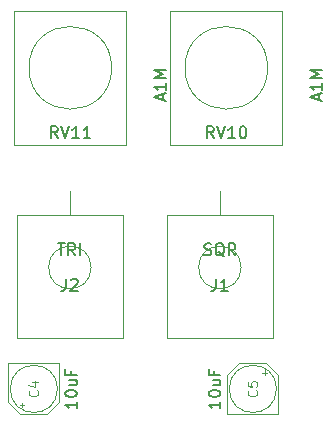
<source format=gbr>
G04 #@! TF.GenerationSoftware,KiCad,Pcbnew,(5.0.1)-4*
G04 #@! TF.CreationDate,2019-03-05T01:38:52-06:00*
G04 #@! TF.ProjectId,util_LFO,7574696C5F4C464F2E6B696361645F70,rev?*
G04 #@! TF.SameCoordinates,Original*
G04 #@! TF.FileFunction,Other,Fab,Top*
%FSLAX46Y46*%
G04 Gerber Fmt 4.6, Leading zero omitted, Abs format (unit mm)*
G04 Created by KiCad (PCBNEW (5.0.1)-4) date 3/5/2019 1:38:52*
%MOMM*%
%LPD*%
G01*
G04 APERTURE LIST*
%ADD10C,0.100000*%
%ADD11C,0.150000*%
%ADD12C,0.120000*%
G04 APERTURE END LIST*
D10*
G04 #@! TO.C,RV11*
X84190000Y-59405000D02*
X84190000Y-70755000D01*
X93690000Y-59405000D02*
X84190000Y-59405000D01*
X93690000Y-70755000D02*
X93690000Y-59405000D01*
X84190000Y-70755000D02*
X93690000Y-70755000D01*
X92440000Y-64255000D02*
G75*
G03X92440000Y-64255000I-3500000J0D01*
G01*
G04 #@! TO.C,C4*
X87852000Y-91440000D02*
G75*
G03X87852000Y-91440000I-2000000J0D01*
G01*
X83702000Y-89290000D02*
X88002000Y-89290000D01*
X83702000Y-92590000D02*
X83702000Y-89290000D01*
X88002000Y-92590000D02*
X88002000Y-89290000D01*
X84702000Y-93590000D02*
X87002000Y-93590000D01*
X84702000Y-93590000D02*
X83702000Y-92590000D01*
X87002000Y-93590000D02*
X88002000Y-92590000D01*
X84852000Y-93014773D02*
X84852000Y-92614773D01*
X84652000Y-92814773D02*
X85052000Y-92814773D01*
G04 #@! TO.C,C5*
X105594000Y-90065227D02*
X105194000Y-90065227D01*
X105394000Y-89865227D02*
X105394000Y-90265227D01*
X103244000Y-89290000D02*
X102244000Y-90290000D01*
X105544000Y-89290000D02*
X106544000Y-90290000D01*
X105544000Y-89290000D02*
X103244000Y-89290000D01*
X102244000Y-90290000D02*
X102244000Y-93590000D01*
X106544000Y-90290000D02*
X106544000Y-93590000D01*
X106544000Y-93590000D02*
X102244000Y-93590000D01*
X106394000Y-91440000D02*
G75*
G03X106394000Y-91440000I-2000000J0D01*
G01*
G04 #@! TO.C,J1*
X97100000Y-87156000D02*
X97100000Y-76756000D01*
X106100000Y-87156000D02*
X106100000Y-76756000D01*
X106100000Y-87156000D02*
X97100000Y-87156000D01*
X106100000Y-76706000D02*
X97100000Y-76706000D01*
X103400000Y-81156000D02*
G75*
G03X103400000Y-81156000I-1800000J0D01*
G01*
X101600000Y-74676000D02*
X101600000Y-76706000D01*
G04 #@! TO.C,J2*
X88900000Y-74676000D02*
X88900000Y-76706000D01*
X90700000Y-81156000D02*
G75*
G03X90700000Y-81156000I-1800000J0D01*
G01*
X93400000Y-76706000D02*
X84400000Y-76706000D01*
X93400000Y-87156000D02*
X84400000Y-87156000D01*
X93400000Y-87156000D02*
X93400000Y-76756000D01*
X84400000Y-87156000D02*
X84400000Y-76756000D01*
G04 #@! TO.C,RV10*
X105648000Y-64255000D02*
G75*
G03X105648000Y-64255000I-3500000J0D01*
G01*
X97398000Y-70755000D02*
X106898000Y-70755000D01*
X106898000Y-70755000D02*
X106898000Y-59405000D01*
X106898000Y-59405000D02*
X97398000Y-59405000D01*
X97398000Y-59405000D02*
X97398000Y-70755000D01*
G04 #@! TD*
G04 #@! TO.C,RV11*
D11*
X96756666Y-66990714D02*
X96756666Y-66514523D01*
X97042380Y-67085952D02*
X96042380Y-66752619D01*
X97042380Y-66419285D01*
X97042380Y-65562142D02*
X97042380Y-66133571D01*
X97042380Y-65847857D02*
X96042380Y-65847857D01*
X96185238Y-65943095D01*
X96280476Y-66038333D01*
X96328095Y-66133571D01*
X97042380Y-65133571D02*
X96042380Y-65133571D01*
X96756666Y-64800238D01*
X96042380Y-64466904D01*
X97042380Y-64466904D01*
X87868571Y-70207380D02*
X87535238Y-69731190D01*
X87297142Y-70207380D02*
X87297142Y-69207380D01*
X87678095Y-69207380D01*
X87773333Y-69255000D01*
X87820952Y-69302619D01*
X87868571Y-69397857D01*
X87868571Y-69540714D01*
X87820952Y-69635952D01*
X87773333Y-69683571D01*
X87678095Y-69731190D01*
X87297142Y-69731190D01*
X88154285Y-69207380D02*
X88487619Y-70207380D01*
X88820952Y-69207380D01*
X89678095Y-70207380D02*
X89106666Y-70207380D01*
X89392380Y-70207380D02*
X89392380Y-69207380D01*
X89297142Y-69350238D01*
X89201904Y-69445476D01*
X89106666Y-69493095D01*
X90630476Y-70207380D02*
X90059047Y-70207380D01*
X90344761Y-70207380D02*
X90344761Y-69207380D01*
X90249523Y-69350238D01*
X90154285Y-69445476D01*
X90059047Y-69493095D01*
G04 #@! TO.C,C4*
X89504380Y-92511428D02*
X89504380Y-93082857D01*
X89504380Y-92797142D02*
X88504380Y-92797142D01*
X88647238Y-92892380D01*
X88742476Y-92987619D01*
X88790095Y-93082857D01*
X88504380Y-91892380D02*
X88504380Y-91797142D01*
X88552000Y-91701904D01*
X88599619Y-91654285D01*
X88694857Y-91606666D01*
X88885333Y-91559047D01*
X89123428Y-91559047D01*
X89313904Y-91606666D01*
X89409142Y-91654285D01*
X89456761Y-91701904D01*
X89504380Y-91797142D01*
X89504380Y-91892380D01*
X89456761Y-91987619D01*
X89409142Y-92035238D01*
X89313904Y-92082857D01*
X89123428Y-92130476D01*
X88885333Y-92130476D01*
X88694857Y-92082857D01*
X88599619Y-92035238D01*
X88552000Y-91987619D01*
X88504380Y-91892380D01*
X88837714Y-90701904D02*
X89504380Y-90701904D01*
X88837714Y-91130476D02*
X89361523Y-91130476D01*
X89456761Y-91082857D01*
X89504380Y-90987619D01*
X89504380Y-90844761D01*
X89456761Y-90749523D01*
X89409142Y-90701904D01*
X88980571Y-89892380D02*
X88980571Y-90225714D01*
X89504380Y-90225714D02*
X88504380Y-90225714D01*
X88504380Y-89749523D01*
D12*
X86137714Y-91573333D02*
X86175809Y-91611428D01*
X86213904Y-91725714D01*
X86213904Y-91801904D01*
X86175809Y-91916190D01*
X86099619Y-91992380D01*
X86023428Y-92030476D01*
X85871047Y-92068571D01*
X85756761Y-92068571D01*
X85604380Y-92030476D01*
X85528190Y-91992380D01*
X85452000Y-91916190D01*
X85413904Y-91801904D01*
X85413904Y-91725714D01*
X85452000Y-91611428D01*
X85490095Y-91573333D01*
X85680571Y-90887619D02*
X86213904Y-90887619D01*
X85375809Y-91078095D02*
X85947238Y-91268571D01*
X85947238Y-90773333D01*
G04 #@! TO.C,C5*
D11*
X101646380Y-92511428D02*
X101646380Y-93082857D01*
X101646380Y-92797142D02*
X100646380Y-92797142D01*
X100789238Y-92892380D01*
X100884476Y-92987619D01*
X100932095Y-93082857D01*
X100646380Y-91892380D02*
X100646380Y-91797142D01*
X100694000Y-91701904D01*
X100741619Y-91654285D01*
X100836857Y-91606666D01*
X101027333Y-91559047D01*
X101265428Y-91559047D01*
X101455904Y-91606666D01*
X101551142Y-91654285D01*
X101598761Y-91701904D01*
X101646380Y-91797142D01*
X101646380Y-91892380D01*
X101598761Y-91987619D01*
X101551142Y-92035238D01*
X101455904Y-92082857D01*
X101265428Y-92130476D01*
X101027333Y-92130476D01*
X100836857Y-92082857D01*
X100741619Y-92035238D01*
X100694000Y-91987619D01*
X100646380Y-91892380D01*
X100979714Y-90701904D02*
X101646380Y-90701904D01*
X100979714Y-91130476D02*
X101503523Y-91130476D01*
X101598761Y-91082857D01*
X101646380Y-90987619D01*
X101646380Y-90844761D01*
X101598761Y-90749523D01*
X101551142Y-90701904D01*
X101122571Y-89892380D02*
X101122571Y-90225714D01*
X101646380Y-90225714D02*
X100646380Y-90225714D01*
X100646380Y-89749523D01*
D12*
X104679714Y-91573333D02*
X104717809Y-91611428D01*
X104755904Y-91725714D01*
X104755904Y-91801904D01*
X104717809Y-91916190D01*
X104641619Y-91992380D01*
X104565428Y-92030476D01*
X104413047Y-92068571D01*
X104298761Y-92068571D01*
X104146380Y-92030476D01*
X104070190Y-91992380D01*
X103994000Y-91916190D01*
X103955904Y-91801904D01*
X103955904Y-91725714D01*
X103994000Y-91611428D01*
X104032095Y-91573333D01*
X103955904Y-90849523D02*
X103955904Y-91230476D01*
X104336857Y-91268571D01*
X104298761Y-91230476D01*
X104260666Y-91154285D01*
X104260666Y-90963809D01*
X104298761Y-90887619D01*
X104336857Y-90849523D01*
X104413047Y-90811428D01*
X104603523Y-90811428D01*
X104679714Y-90849523D01*
X104717809Y-90887619D01*
X104755904Y-90963809D01*
X104755904Y-91154285D01*
X104717809Y-91230476D01*
X104679714Y-91268571D01*
G04 #@! TO.C,J1*
D11*
X100290476Y-80080761D02*
X100433333Y-80128380D01*
X100671428Y-80128380D01*
X100766666Y-80080761D01*
X100814285Y-80033142D01*
X100861904Y-79937904D01*
X100861904Y-79842666D01*
X100814285Y-79747428D01*
X100766666Y-79699809D01*
X100671428Y-79652190D01*
X100480952Y-79604571D01*
X100385714Y-79556952D01*
X100338095Y-79509333D01*
X100290476Y-79414095D01*
X100290476Y-79318857D01*
X100338095Y-79223619D01*
X100385714Y-79176000D01*
X100480952Y-79128380D01*
X100719047Y-79128380D01*
X100861904Y-79176000D01*
X101957142Y-80223619D02*
X101861904Y-80176000D01*
X101766666Y-80080761D01*
X101623809Y-79937904D01*
X101528571Y-79890285D01*
X101433333Y-79890285D01*
X101480952Y-80128380D02*
X101385714Y-80080761D01*
X101290476Y-79985523D01*
X101242857Y-79795047D01*
X101242857Y-79461714D01*
X101290476Y-79271238D01*
X101385714Y-79176000D01*
X101480952Y-79128380D01*
X101671428Y-79128380D01*
X101766666Y-79176000D01*
X101861904Y-79271238D01*
X101909523Y-79461714D01*
X101909523Y-79795047D01*
X101861904Y-79985523D01*
X101766666Y-80080761D01*
X101671428Y-80128380D01*
X101480952Y-80128380D01*
X102909523Y-80128380D02*
X102576190Y-79652190D01*
X102338095Y-80128380D02*
X102338095Y-79128380D01*
X102719047Y-79128380D01*
X102814285Y-79176000D01*
X102861904Y-79223619D01*
X102909523Y-79318857D01*
X102909523Y-79461714D01*
X102861904Y-79556952D01*
X102814285Y-79604571D01*
X102719047Y-79652190D01*
X102338095Y-79652190D01*
X101266666Y-82128380D02*
X101266666Y-82842666D01*
X101219047Y-82985523D01*
X101123809Y-83080761D01*
X100980952Y-83128380D01*
X100885714Y-83128380D01*
X102266666Y-83128380D02*
X101695238Y-83128380D01*
X101980952Y-83128380D02*
X101980952Y-82128380D01*
X101885714Y-82271238D01*
X101790476Y-82366476D01*
X101695238Y-82414095D01*
G04 #@! TO.C,J2*
X87876190Y-79128380D02*
X88447619Y-79128380D01*
X88161904Y-80128380D02*
X88161904Y-79128380D01*
X89352380Y-80128380D02*
X89019047Y-79652190D01*
X88780952Y-80128380D02*
X88780952Y-79128380D01*
X89161904Y-79128380D01*
X89257142Y-79176000D01*
X89304761Y-79223619D01*
X89352380Y-79318857D01*
X89352380Y-79461714D01*
X89304761Y-79556952D01*
X89257142Y-79604571D01*
X89161904Y-79652190D01*
X88780952Y-79652190D01*
X89780952Y-80128380D02*
X89780952Y-79128380D01*
X88566666Y-82128380D02*
X88566666Y-82842666D01*
X88519047Y-82985523D01*
X88423809Y-83080761D01*
X88280952Y-83128380D01*
X88185714Y-83128380D01*
X88995238Y-82223619D02*
X89042857Y-82176000D01*
X89138095Y-82128380D01*
X89376190Y-82128380D01*
X89471428Y-82176000D01*
X89519047Y-82223619D01*
X89566666Y-82318857D01*
X89566666Y-82414095D01*
X89519047Y-82556952D01*
X88947619Y-83128380D01*
X89566666Y-83128380D01*
G04 #@! TO.C,RV10*
X109964666Y-66990714D02*
X109964666Y-66514523D01*
X110250380Y-67085952D02*
X109250380Y-66752619D01*
X110250380Y-66419285D01*
X110250380Y-65562142D02*
X110250380Y-66133571D01*
X110250380Y-65847857D02*
X109250380Y-65847857D01*
X109393238Y-65943095D01*
X109488476Y-66038333D01*
X109536095Y-66133571D01*
X110250380Y-65133571D02*
X109250380Y-65133571D01*
X109964666Y-64800238D01*
X109250380Y-64466904D01*
X110250380Y-64466904D01*
X101076571Y-70207380D02*
X100743238Y-69731190D01*
X100505142Y-70207380D02*
X100505142Y-69207380D01*
X100886095Y-69207380D01*
X100981333Y-69255000D01*
X101028952Y-69302619D01*
X101076571Y-69397857D01*
X101076571Y-69540714D01*
X101028952Y-69635952D01*
X100981333Y-69683571D01*
X100886095Y-69731190D01*
X100505142Y-69731190D01*
X101362285Y-69207380D02*
X101695619Y-70207380D01*
X102028952Y-69207380D01*
X102886095Y-70207380D02*
X102314666Y-70207380D01*
X102600380Y-70207380D02*
X102600380Y-69207380D01*
X102505142Y-69350238D01*
X102409904Y-69445476D01*
X102314666Y-69493095D01*
X103505142Y-69207380D02*
X103600380Y-69207380D01*
X103695619Y-69255000D01*
X103743238Y-69302619D01*
X103790857Y-69397857D01*
X103838476Y-69588333D01*
X103838476Y-69826428D01*
X103790857Y-70016904D01*
X103743238Y-70112142D01*
X103695619Y-70159761D01*
X103600380Y-70207380D01*
X103505142Y-70207380D01*
X103409904Y-70159761D01*
X103362285Y-70112142D01*
X103314666Y-70016904D01*
X103267047Y-69826428D01*
X103267047Y-69588333D01*
X103314666Y-69397857D01*
X103362285Y-69302619D01*
X103409904Y-69255000D01*
X103505142Y-69207380D01*
G04 #@! TD*
M02*

</source>
